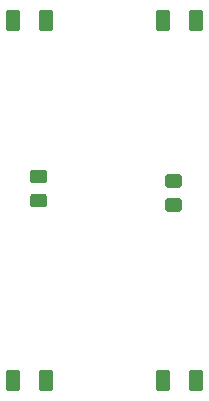
<source format=gbr>
G04 #@! TF.GenerationSoftware,KiCad,Pcbnew,(5.1.5-0-10_14)*
G04 #@! TF.CreationDate,2020-11-05T18:46:50+01:00*
G04 #@! TF.ProjectId,vm000-powerdist,766d3030-302d-4706-9f77-657264697374,rev?*
G04 #@! TF.SameCoordinates,Original*
G04 #@! TF.FileFunction,Paste,Top*
G04 #@! TF.FilePolarity,Positive*
%FSLAX46Y46*%
G04 Gerber Fmt 4.6, Leading zero omitted, Abs format (unit mm)*
G04 Created by KiCad (PCBNEW (5.1.5-0-10_14)) date 2020-11-05 18:46:50*
%MOMM*%
%LPD*%
G04 APERTURE LIST*
%ADD10C,0.100000*%
G04 APERTURE END LIST*
D10*
G36*
X168749505Y-86666204D02*
G01*
X168773773Y-86669804D01*
X168797572Y-86675765D01*
X168820671Y-86684030D01*
X168842850Y-86694520D01*
X168863893Y-86707132D01*
X168883599Y-86721747D01*
X168901777Y-86738223D01*
X168918253Y-86756401D01*
X168932868Y-86776107D01*
X168945480Y-86797150D01*
X168955970Y-86819329D01*
X168964235Y-86842428D01*
X168970196Y-86866227D01*
X168973796Y-86890495D01*
X168975000Y-86914999D01*
X168975000Y-87565001D01*
X168973796Y-87589505D01*
X168970196Y-87613773D01*
X168964235Y-87637572D01*
X168955970Y-87660671D01*
X168945480Y-87682850D01*
X168932868Y-87703893D01*
X168918253Y-87723599D01*
X168901777Y-87741777D01*
X168883599Y-87758253D01*
X168863893Y-87772868D01*
X168842850Y-87785480D01*
X168820671Y-87795970D01*
X168797572Y-87804235D01*
X168773773Y-87810196D01*
X168749505Y-87813796D01*
X168725001Y-87815000D01*
X167824999Y-87815000D01*
X167800495Y-87813796D01*
X167776227Y-87810196D01*
X167752428Y-87804235D01*
X167729329Y-87795970D01*
X167707150Y-87785480D01*
X167686107Y-87772868D01*
X167666401Y-87758253D01*
X167648223Y-87741777D01*
X167631747Y-87723599D01*
X167617132Y-87703893D01*
X167604520Y-87682850D01*
X167594030Y-87660671D01*
X167585765Y-87637572D01*
X167579804Y-87613773D01*
X167576204Y-87589505D01*
X167575000Y-87565001D01*
X167575000Y-86914999D01*
X167576204Y-86890495D01*
X167579804Y-86866227D01*
X167585765Y-86842428D01*
X167594030Y-86819329D01*
X167604520Y-86797150D01*
X167617132Y-86776107D01*
X167631747Y-86756401D01*
X167648223Y-86738223D01*
X167666401Y-86721747D01*
X167686107Y-86707132D01*
X167707150Y-86694520D01*
X167729329Y-86684030D01*
X167752428Y-86675765D01*
X167776227Y-86669804D01*
X167800495Y-86666204D01*
X167824999Y-86665000D01*
X168725001Y-86665000D01*
X168749505Y-86666204D01*
G37*
G36*
X168749505Y-88716204D02*
G01*
X168773773Y-88719804D01*
X168797572Y-88725765D01*
X168820671Y-88734030D01*
X168842850Y-88744520D01*
X168863893Y-88757132D01*
X168883599Y-88771747D01*
X168901777Y-88788223D01*
X168918253Y-88806401D01*
X168932868Y-88826107D01*
X168945480Y-88847150D01*
X168955970Y-88869329D01*
X168964235Y-88892428D01*
X168970196Y-88916227D01*
X168973796Y-88940495D01*
X168975000Y-88964999D01*
X168975000Y-89615001D01*
X168973796Y-89639505D01*
X168970196Y-89663773D01*
X168964235Y-89687572D01*
X168955970Y-89710671D01*
X168945480Y-89732850D01*
X168932868Y-89753893D01*
X168918253Y-89773599D01*
X168901777Y-89791777D01*
X168883599Y-89808253D01*
X168863893Y-89822868D01*
X168842850Y-89835480D01*
X168820671Y-89845970D01*
X168797572Y-89854235D01*
X168773773Y-89860196D01*
X168749505Y-89863796D01*
X168725001Y-89865000D01*
X167824999Y-89865000D01*
X167800495Y-89863796D01*
X167776227Y-89860196D01*
X167752428Y-89854235D01*
X167729329Y-89845970D01*
X167707150Y-89835480D01*
X167686107Y-89822868D01*
X167666401Y-89808253D01*
X167648223Y-89791777D01*
X167631747Y-89773599D01*
X167617132Y-89753893D01*
X167604520Y-89732850D01*
X167594030Y-89710671D01*
X167585765Y-89687572D01*
X167579804Y-89663773D01*
X167576204Y-89639505D01*
X167575000Y-89615001D01*
X167575000Y-88964999D01*
X167576204Y-88940495D01*
X167579804Y-88916227D01*
X167585765Y-88892428D01*
X167594030Y-88869329D01*
X167604520Y-88847150D01*
X167617132Y-88826107D01*
X167631747Y-88806401D01*
X167648223Y-88788223D01*
X167666401Y-88771747D01*
X167686107Y-88757132D01*
X167707150Y-88744520D01*
X167729329Y-88734030D01*
X167752428Y-88725765D01*
X167776227Y-88719804D01*
X167800495Y-88716204D01*
X167824999Y-88715000D01*
X168725001Y-88715000D01*
X168749505Y-88716204D01*
G37*
G36*
X157319505Y-86276204D02*
G01*
X157343773Y-86279804D01*
X157367572Y-86285765D01*
X157390671Y-86294030D01*
X157412850Y-86304520D01*
X157433893Y-86317132D01*
X157453599Y-86331747D01*
X157471777Y-86348223D01*
X157488253Y-86366401D01*
X157502868Y-86386107D01*
X157515480Y-86407150D01*
X157525970Y-86429329D01*
X157534235Y-86452428D01*
X157540196Y-86476227D01*
X157543796Y-86500495D01*
X157545000Y-86524999D01*
X157545000Y-87175001D01*
X157543796Y-87199505D01*
X157540196Y-87223773D01*
X157534235Y-87247572D01*
X157525970Y-87270671D01*
X157515480Y-87292850D01*
X157502868Y-87313893D01*
X157488253Y-87333599D01*
X157471777Y-87351777D01*
X157453599Y-87368253D01*
X157433893Y-87382868D01*
X157412850Y-87395480D01*
X157390671Y-87405970D01*
X157367572Y-87414235D01*
X157343773Y-87420196D01*
X157319505Y-87423796D01*
X157295001Y-87425000D01*
X156394999Y-87425000D01*
X156370495Y-87423796D01*
X156346227Y-87420196D01*
X156322428Y-87414235D01*
X156299329Y-87405970D01*
X156277150Y-87395480D01*
X156256107Y-87382868D01*
X156236401Y-87368253D01*
X156218223Y-87351777D01*
X156201747Y-87333599D01*
X156187132Y-87313893D01*
X156174520Y-87292850D01*
X156164030Y-87270671D01*
X156155765Y-87247572D01*
X156149804Y-87223773D01*
X156146204Y-87199505D01*
X156145000Y-87175001D01*
X156145000Y-86524999D01*
X156146204Y-86500495D01*
X156149804Y-86476227D01*
X156155765Y-86452428D01*
X156164030Y-86429329D01*
X156174520Y-86407150D01*
X156187132Y-86386107D01*
X156201747Y-86366401D01*
X156218223Y-86348223D01*
X156236401Y-86331747D01*
X156256107Y-86317132D01*
X156277150Y-86304520D01*
X156299329Y-86294030D01*
X156322428Y-86285765D01*
X156346227Y-86279804D01*
X156370495Y-86276204D01*
X156394999Y-86275000D01*
X157295001Y-86275000D01*
X157319505Y-86276204D01*
G37*
G36*
X157319505Y-88326204D02*
G01*
X157343773Y-88329804D01*
X157367572Y-88335765D01*
X157390671Y-88344030D01*
X157412850Y-88354520D01*
X157433893Y-88367132D01*
X157453599Y-88381747D01*
X157471777Y-88398223D01*
X157488253Y-88416401D01*
X157502868Y-88436107D01*
X157515480Y-88457150D01*
X157525970Y-88479329D01*
X157534235Y-88502428D01*
X157540196Y-88526227D01*
X157543796Y-88550495D01*
X157545000Y-88574999D01*
X157545000Y-89225001D01*
X157543796Y-89249505D01*
X157540196Y-89273773D01*
X157534235Y-89297572D01*
X157525970Y-89320671D01*
X157515480Y-89342850D01*
X157502868Y-89363893D01*
X157488253Y-89383599D01*
X157471777Y-89401777D01*
X157453599Y-89418253D01*
X157433893Y-89432868D01*
X157412850Y-89445480D01*
X157390671Y-89455970D01*
X157367572Y-89464235D01*
X157343773Y-89470196D01*
X157319505Y-89473796D01*
X157295001Y-89475000D01*
X156394999Y-89475000D01*
X156370495Y-89473796D01*
X156346227Y-89470196D01*
X156322428Y-89464235D01*
X156299329Y-89455970D01*
X156277150Y-89445480D01*
X156256107Y-89432868D01*
X156236401Y-89418253D01*
X156218223Y-89401777D01*
X156201747Y-89383599D01*
X156187132Y-89363893D01*
X156174520Y-89342850D01*
X156164030Y-89320671D01*
X156155765Y-89297572D01*
X156149804Y-89273773D01*
X156146204Y-89249505D01*
X156145000Y-89225001D01*
X156145000Y-88574999D01*
X156146204Y-88550495D01*
X156149804Y-88526227D01*
X156155765Y-88502428D01*
X156164030Y-88479329D01*
X156174520Y-88457150D01*
X156187132Y-88436107D01*
X156201747Y-88416401D01*
X156218223Y-88398223D01*
X156236401Y-88381747D01*
X156256107Y-88367132D01*
X156277150Y-88354520D01*
X156299329Y-88344030D01*
X156322428Y-88335765D01*
X156346227Y-88329804D01*
X156370495Y-88326204D01*
X156394999Y-88325000D01*
X157295001Y-88325000D01*
X157319505Y-88326204D01*
G37*
G36*
X170579504Y-103266204D02*
G01*
X170603773Y-103269804D01*
X170627571Y-103275765D01*
X170650671Y-103284030D01*
X170672849Y-103294520D01*
X170693893Y-103307133D01*
X170713598Y-103321747D01*
X170731777Y-103338223D01*
X170748253Y-103356402D01*
X170762867Y-103376107D01*
X170775480Y-103397151D01*
X170785970Y-103419329D01*
X170794235Y-103442429D01*
X170800196Y-103466227D01*
X170803796Y-103490496D01*
X170805000Y-103515000D01*
X170805000Y-104765000D01*
X170803796Y-104789504D01*
X170800196Y-104813773D01*
X170794235Y-104837571D01*
X170785970Y-104860671D01*
X170775480Y-104882849D01*
X170762867Y-104903893D01*
X170748253Y-104923598D01*
X170731777Y-104941777D01*
X170713598Y-104958253D01*
X170693893Y-104972867D01*
X170672849Y-104985480D01*
X170650671Y-104995970D01*
X170627571Y-105004235D01*
X170603773Y-105010196D01*
X170579504Y-105013796D01*
X170555000Y-105015000D01*
X169805000Y-105015000D01*
X169780496Y-105013796D01*
X169756227Y-105010196D01*
X169732429Y-105004235D01*
X169709329Y-104995970D01*
X169687151Y-104985480D01*
X169666107Y-104972867D01*
X169646402Y-104958253D01*
X169628223Y-104941777D01*
X169611747Y-104923598D01*
X169597133Y-104903893D01*
X169584520Y-104882849D01*
X169574030Y-104860671D01*
X169565765Y-104837571D01*
X169559804Y-104813773D01*
X169556204Y-104789504D01*
X169555000Y-104765000D01*
X169555000Y-103515000D01*
X169556204Y-103490496D01*
X169559804Y-103466227D01*
X169565765Y-103442429D01*
X169574030Y-103419329D01*
X169584520Y-103397151D01*
X169597133Y-103376107D01*
X169611747Y-103356402D01*
X169628223Y-103338223D01*
X169646402Y-103321747D01*
X169666107Y-103307133D01*
X169687151Y-103294520D01*
X169709329Y-103284030D01*
X169732429Y-103275765D01*
X169756227Y-103269804D01*
X169780496Y-103266204D01*
X169805000Y-103265000D01*
X170555000Y-103265000D01*
X170579504Y-103266204D01*
G37*
G36*
X167779504Y-103266204D02*
G01*
X167803773Y-103269804D01*
X167827571Y-103275765D01*
X167850671Y-103284030D01*
X167872849Y-103294520D01*
X167893893Y-103307133D01*
X167913598Y-103321747D01*
X167931777Y-103338223D01*
X167948253Y-103356402D01*
X167962867Y-103376107D01*
X167975480Y-103397151D01*
X167985970Y-103419329D01*
X167994235Y-103442429D01*
X168000196Y-103466227D01*
X168003796Y-103490496D01*
X168005000Y-103515000D01*
X168005000Y-104765000D01*
X168003796Y-104789504D01*
X168000196Y-104813773D01*
X167994235Y-104837571D01*
X167985970Y-104860671D01*
X167975480Y-104882849D01*
X167962867Y-104903893D01*
X167948253Y-104923598D01*
X167931777Y-104941777D01*
X167913598Y-104958253D01*
X167893893Y-104972867D01*
X167872849Y-104985480D01*
X167850671Y-104995970D01*
X167827571Y-105004235D01*
X167803773Y-105010196D01*
X167779504Y-105013796D01*
X167755000Y-105015000D01*
X167005000Y-105015000D01*
X166980496Y-105013796D01*
X166956227Y-105010196D01*
X166932429Y-105004235D01*
X166909329Y-104995970D01*
X166887151Y-104985480D01*
X166866107Y-104972867D01*
X166846402Y-104958253D01*
X166828223Y-104941777D01*
X166811747Y-104923598D01*
X166797133Y-104903893D01*
X166784520Y-104882849D01*
X166774030Y-104860671D01*
X166765765Y-104837571D01*
X166759804Y-104813773D01*
X166756204Y-104789504D01*
X166755000Y-104765000D01*
X166755000Y-103515000D01*
X166756204Y-103490496D01*
X166759804Y-103466227D01*
X166765765Y-103442429D01*
X166774030Y-103419329D01*
X166784520Y-103397151D01*
X166797133Y-103376107D01*
X166811747Y-103356402D01*
X166828223Y-103338223D01*
X166846402Y-103321747D01*
X166866107Y-103307133D01*
X166887151Y-103294520D01*
X166909329Y-103284030D01*
X166932429Y-103275765D01*
X166956227Y-103269804D01*
X166980496Y-103266204D01*
X167005000Y-103265000D01*
X167755000Y-103265000D01*
X167779504Y-103266204D01*
G37*
G36*
X170579504Y-72786204D02*
G01*
X170603773Y-72789804D01*
X170627571Y-72795765D01*
X170650671Y-72804030D01*
X170672849Y-72814520D01*
X170693893Y-72827133D01*
X170713598Y-72841747D01*
X170731777Y-72858223D01*
X170748253Y-72876402D01*
X170762867Y-72896107D01*
X170775480Y-72917151D01*
X170785970Y-72939329D01*
X170794235Y-72962429D01*
X170800196Y-72986227D01*
X170803796Y-73010496D01*
X170805000Y-73035000D01*
X170805000Y-74285000D01*
X170803796Y-74309504D01*
X170800196Y-74333773D01*
X170794235Y-74357571D01*
X170785970Y-74380671D01*
X170775480Y-74402849D01*
X170762867Y-74423893D01*
X170748253Y-74443598D01*
X170731777Y-74461777D01*
X170713598Y-74478253D01*
X170693893Y-74492867D01*
X170672849Y-74505480D01*
X170650671Y-74515970D01*
X170627571Y-74524235D01*
X170603773Y-74530196D01*
X170579504Y-74533796D01*
X170555000Y-74535000D01*
X169805000Y-74535000D01*
X169780496Y-74533796D01*
X169756227Y-74530196D01*
X169732429Y-74524235D01*
X169709329Y-74515970D01*
X169687151Y-74505480D01*
X169666107Y-74492867D01*
X169646402Y-74478253D01*
X169628223Y-74461777D01*
X169611747Y-74443598D01*
X169597133Y-74423893D01*
X169584520Y-74402849D01*
X169574030Y-74380671D01*
X169565765Y-74357571D01*
X169559804Y-74333773D01*
X169556204Y-74309504D01*
X169555000Y-74285000D01*
X169555000Y-73035000D01*
X169556204Y-73010496D01*
X169559804Y-72986227D01*
X169565765Y-72962429D01*
X169574030Y-72939329D01*
X169584520Y-72917151D01*
X169597133Y-72896107D01*
X169611747Y-72876402D01*
X169628223Y-72858223D01*
X169646402Y-72841747D01*
X169666107Y-72827133D01*
X169687151Y-72814520D01*
X169709329Y-72804030D01*
X169732429Y-72795765D01*
X169756227Y-72789804D01*
X169780496Y-72786204D01*
X169805000Y-72785000D01*
X170555000Y-72785000D01*
X170579504Y-72786204D01*
G37*
G36*
X167779504Y-72786204D02*
G01*
X167803773Y-72789804D01*
X167827571Y-72795765D01*
X167850671Y-72804030D01*
X167872849Y-72814520D01*
X167893893Y-72827133D01*
X167913598Y-72841747D01*
X167931777Y-72858223D01*
X167948253Y-72876402D01*
X167962867Y-72896107D01*
X167975480Y-72917151D01*
X167985970Y-72939329D01*
X167994235Y-72962429D01*
X168000196Y-72986227D01*
X168003796Y-73010496D01*
X168005000Y-73035000D01*
X168005000Y-74285000D01*
X168003796Y-74309504D01*
X168000196Y-74333773D01*
X167994235Y-74357571D01*
X167985970Y-74380671D01*
X167975480Y-74402849D01*
X167962867Y-74423893D01*
X167948253Y-74443598D01*
X167931777Y-74461777D01*
X167913598Y-74478253D01*
X167893893Y-74492867D01*
X167872849Y-74505480D01*
X167850671Y-74515970D01*
X167827571Y-74524235D01*
X167803773Y-74530196D01*
X167779504Y-74533796D01*
X167755000Y-74535000D01*
X167005000Y-74535000D01*
X166980496Y-74533796D01*
X166956227Y-74530196D01*
X166932429Y-74524235D01*
X166909329Y-74515970D01*
X166887151Y-74505480D01*
X166866107Y-74492867D01*
X166846402Y-74478253D01*
X166828223Y-74461777D01*
X166811747Y-74443598D01*
X166797133Y-74423893D01*
X166784520Y-74402849D01*
X166774030Y-74380671D01*
X166765765Y-74357571D01*
X166759804Y-74333773D01*
X166756204Y-74309504D01*
X166755000Y-74285000D01*
X166755000Y-73035000D01*
X166756204Y-73010496D01*
X166759804Y-72986227D01*
X166765765Y-72962429D01*
X166774030Y-72939329D01*
X166784520Y-72917151D01*
X166797133Y-72896107D01*
X166811747Y-72876402D01*
X166828223Y-72858223D01*
X166846402Y-72841747D01*
X166866107Y-72827133D01*
X166887151Y-72814520D01*
X166909329Y-72804030D01*
X166932429Y-72795765D01*
X166956227Y-72789804D01*
X166980496Y-72786204D01*
X167005000Y-72785000D01*
X167755000Y-72785000D01*
X167779504Y-72786204D01*
G37*
G36*
X157879504Y-103266204D02*
G01*
X157903773Y-103269804D01*
X157927571Y-103275765D01*
X157950671Y-103284030D01*
X157972849Y-103294520D01*
X157993893Y-103307133D01*
X158013598Y-103321747D01*
X158031777Y-103338223D01*
X158048253Y-103356402D01*
X158062867Y-103376107D01*
X158075480Y-103397151D01*
X158085970Y-103419329D01*
X158094235Y-103442429D01*
X158100196Y-103466227D01*
X158103796Y-103490496D01*
X158105000Y-103515000D01*
X158105000Y-104765000D01*
X158103796Y-104789504D01*
X158100196Y-104813773D01*
X158094235Y-104837571D01*
X158085970Y-104860671D01*
X158075480Y-104882849D01*
X158062867Y-104903893D01*
X158048253Y-104923598D01*
X158031777Y-104941777D01*
X158013598Y-104958253D01*
X157993893Y-104972867D01*
X157972849Y-104985480D01*
X157950671Y-104995970D01*
X157927571Y-105004235D01*
X157903773Y-105010196D01*
X157879504Y-105013796D01*
X157855000Y-105015000D01*
X157105000Y-105015000D01*
X157080496Y-105013796D01*
X157056227Y-105010196D01*
X157032429Y-105004235D01*
X157009329Y-104995970D01*
X156987151Y-104985480D01*
X156966107Y-104972867D01*
X156946402Y-104958253D01*
X156928223Y-104941777D01*
X156911747Y-104923598D01*
X156897133Y-104903893D01*
X156884520Y-104882849D01*
X156874030Y-104860671D01*
X156865765Y-104837571D01*
X156859804Y-104813773D01*
X156856204Y-104789504D01*
X156855000Y-104765000D01*
X156855000Y-103515000D01*
X156856204Y-103490496D01*
X156859804Y-103466227D01*
X156865765Y-103442429D01*
X156874030Y-103419329D01*
X156884520Y-103397151D01*
X156897133Y-103376107D01*
X156911747Y-103356402D01*
X156928223Y-103338223D01*
X156946402Y-103321747D01*
X156966107Y-103307133D01*
X156987151Y-103294520D01*
X157009329Y-103284030D01*
X157032429Y-103275765D01*
X157056227Y-103269804D01*
X157080496Y-103266204D01*
X157105000Y-103265000D01*
X157855000Y-103265000D01*
X157879504Y-103266204D01*
G37*
G36*
X155079504Y-103266204D02*
G01*
X155103773Y-103269804D01*
X155127571Y-103275765D01*
X155150671Y-103284030D01*
X155172849Y-103294520D01*
X155193893Y-103307133D01*
X155213598Y-103321747D01*
X155231777Y-103338223D01*
X155248253Y-103356402D01*
X155262867Y-103376107D01*
X155275480Y-103397151D01*
X155285970Y-103419329D01*
X155294235Y-103442429D01*
X155300196Y-103466227D01*
X155303796Y-103490496D01*
X155305000Y-103515000D01*
X155305000Y-104765000D01*
X155303796Y-104789504D01*
X155300196Y-104813773D01*
X155294235Y-104837571D01*
X155285970Y-104860671D01*
X155275480Y-104882849D01*
X155262867Y-104903893D01*
X155248253Y-104923598D01*
X155231777Y-104941777D01*
X155213598Y-104958253D01*
X155193893Y-104972867D01*
X155172849Y-104985480D01*
X155150671Y-104995970D01*
X155127571Y-105004235D01*
X155103773Y-105010196D01*
X155079504Y-105013796D01*
X155055000Y-105015000D01*
X154305000Y-105015000D01*
X154280496Y-105013796D01*
X154256227Y-105010196D01*
X154232429Y-105004235D01*
X154209329Y-104995970D01*
X154187151Y-104985480D01*
X154166107Y-104972867D01*
X154146402Y-104958253D01*
X154128223Y-104941777D01*
X154111747Y-104923598D01*
X154097133Y-104903893D01*
X154084520Y-104882849D01*
X154074030Y-104860671D01*
X154065765Y-104837571D01*
X154059804Y-104813773D01*
X154056204Y-104789504D01*
X154055000Y-104765000D01*
X154055000Y-103515000D01*
X154056204Y-103490496D01*
X154059804Y-103466227D01*
X154065765Y-103442429D01*
X154074030Y-103419329D01*
X154084520Y-103397151D01*
X154097133Y-103376107D01*
X154111747Y-103356402D01*
X154128223Y-103338223D01*
X154146402Y-103321747D01*
X154166107Y-103307133D01*
X154187151Y-103294520D01*
X154209329Y-103284030D01*
X154232429Y-103275765D01*
X154256227Y-103269804D01*
X154280496Y-103266204D01*
X154305000Y-103265000D01*
X155055000Y-103265000D01*
X155079504Y-103266204D01*
G37*
G36*
X157879504Y-72786204D02*
G01*
X157903773Y-72789804D01*
X157927571Y-72795765D01*
X157950671Y-72804030D01*
X157972849Y-72814520D01*
X157993893Y-72827133D01*
X158013598Y-72841747D01*
X158031777Y-72858223D01*
X158048253Y-72876402D01*
X158062867Y-72896107D01*
X158075480Y-72917151D01*
X158085970Y-72939329D01*
X158094235Y-72962429D01*
X158100196Y-72986227D01*
X158103796Y-73010496D01*
X158105000Y-73035000D01*
X158105000Y-74285000D01*
X158103796Y-74309504D01*
X158100196Y-74333773D01*
X158094235Y-74357571D01*
X158085970Y-74380671D01*
X158075480Y-74402849D01*
X158062867Y-74423893D01*
X158048253Y-74443598D01*
X158031777Y-74461777D01*
X158013598Y-74478253D01*
X157993893Y-74492867D01*
X157972849Y-74505480D01*
X157950671Y-74515970D01*
X157927571Y-74524235D01*
X157903773Y-74530196D01*
X157879504Y-74533796D01*
X157855000Y-74535000D01*
X157105000Y-74535000D01*
X157080496Y-74533796D01*
X157056227Y-74530196D01*
X157032429Y-74524235D01*
X157009329Y-74515970D01*
X156987151Y-74505480D01*
X156966107Y-74492867D01*
X156946402Y-74478253D01*
X156928223Y-74461777D01*
X156911747Y-74443598D01*
X156897133Y-74423893D01*
X156884520Y-74402849D01*
X156874030Y-74380671D01*
X156865765Y-74357571D01*
X156859804Y-74333773D01*
X156856204Y-74309504D01*
X156855000Y-74285000D01*
X156855000Y-73035000D01*
X156856204Y-73010496D01*
X156859804Y-72986227D01*
X156865765Y-72962429D01*
X156874030Y-72939329D01*
X156884520Y-72917151D01*
X156897133Y-72896107D01*
X156911747Y-72876402D01*
X156928223Y-72858223D01*
X156946402Y-72841747D01*
X156966107Y-72827133D01*
X156987151Y-72814520D01*
X157009329Y-72804030D01*
X157032429Y-72795765D01*
X157056227Y-72789804D01*
X157080496Y-72786204D01*
X157105000Y-72785000D01*
X157855000Y-72785000D01*
X157879504Y-72786204D01*
G37*
G36*
X155079504Y-72786204D02*
G01*
X155103773Y-72789804D01*
X155127571Y-72795765D01*
X155150671Y-72804030D01*
X155172849Y-72814520D01*
X155193893Y-72827133D01*
X155213598Y-72841747D01*
X155231777Y-72858223D01*
X155248253Y-72876402D01*
X155262867Y-72896107D01*
X155275480Y-72917151D01*
X155285970Y-72939329D01*
X155294235Y-72962429D01*
X155300196Y-72986227D01*
X155303796Y-73010496D01*
X155305000Y-73035000D01*
X155305000Y-74285000D01*
X155303796Y-74309504D01*
X155300196Y-74333773D01*
X155294235Y-74357571D01*
X155285970Y-74380671D01*
X155275480Y-74402849D01*
X155262867Y-74423893D01*
X155248253Y-74443598D01*
X155231777Y-74461777D01*
X155213598Y-74478253D01*
X155193893Y-74492867D01*
X155172849Y-74505480D01*
X155150671Y-74515970D01*
X155127571Y-74524235D01*
X155103773Y-74530196D01*
X155079504Y-74533796D01*
X155055000Y-74535000D01*
X154305000Y-74535000D01*
X154280496Y-74533796D01*
X154256227Y-74530196D01*
X154232429Y-74524235D01*
X154209329Y-74515970D01*
X154187151Y-74505480D01*
X154166107Y-74492867D01*
X154146402Y-74478253D01*
X154128223Y-74461777D01*
X154111747Y-74443598D01*
X154097133Y-74423893D01*
X154084520Y-74402849D01*
X154074030Y-74380671D01*
X154065765Y-74357571D01*
X154059804Y-74333773D01*
X154056204Y-74309504D01*
X154055000Y-74285000D01*
X154055000Y-73035000D01*
X154056204Y-73010496D01*
X154059804Y-72986227D01*
X154065765Y-72962429D01*
X154074030Y-72939329D01*
X154084520Y-72917151D01*
X154097133Y-72896107D01*
X154111747Y-72876402D01*
X154128223Y-72858223D01*
X154146402Y-72841747D01*
X154166107Y-72827133D01*
X154187151Y-72814520D01*
X154209329Y-72804030D01*
X154232429Y-72795765D01*
X154256227Y-72789804D01*
X154280496Y-72786204D01*
X154305000Y-72785000D01*
X155055000Y-72785000D01*
X155079504Y-72786204D01*
G37*
M02*

</source>
